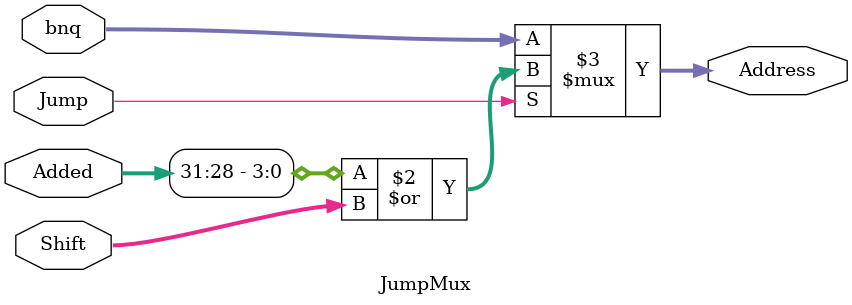
<source format=sv>
module JumpMux #(parameter  WIDTH =32)
(
    input  wire               Jump,     //Control Mux
    input  reg  [(WIDTH-1):0] Added,    //PC+4
    input  reg  [27:0]        Shift,    //Shift Left Result
    input  reg  [(WIDTH-1):0] bnq,      //Branch Address
    output wire [(WIDTH-1):0] Address   //Write Address
);



assign Address = !Jump ? bnq:(Added[31:28]|Shift);  //Multiplexer

endmodule

</source>
